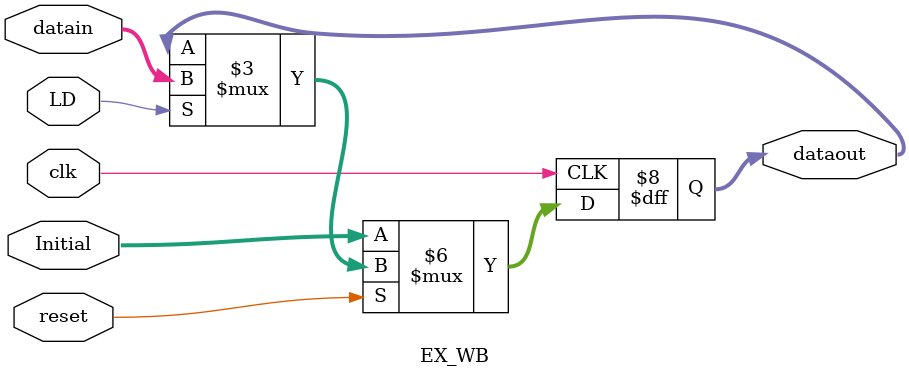
<source format=v>
`timescale 1ns / 1ps

module EX_WB(
    input clk,
    input LD,
    input reset,
    input [37:0] datain,
  
    input [37:0] Initial,
    
    output reg [37:0] dataout
    );
    // at every clock cycle check for reset or data module load
    always @(posedge clk)
    begin
        if(!reset)
            dataout <= Initial;
        else
            if(LD)
                dataout <= datain;
    end
endmodule

</source>
